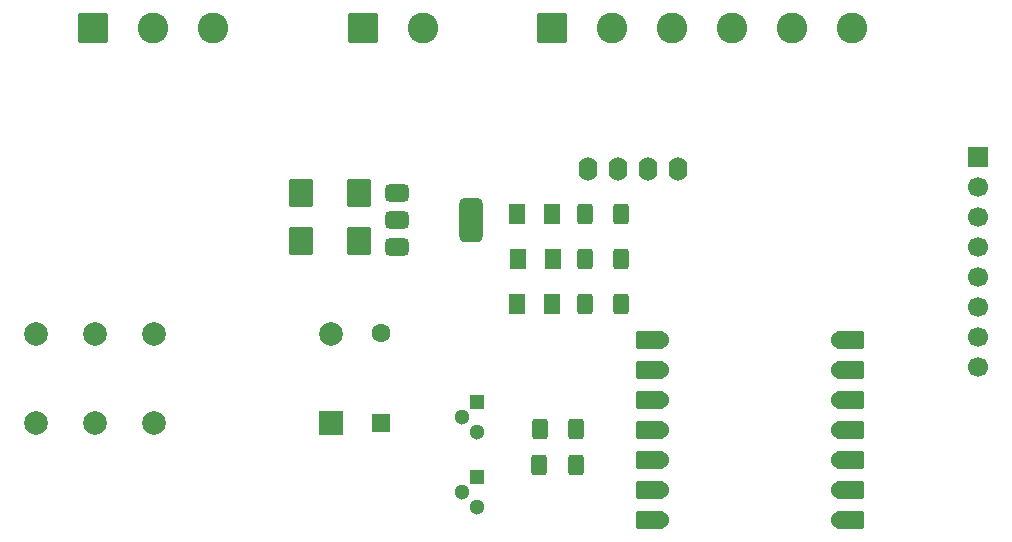
<source format=gbs>
%TF.GenerationSoftware,KiCad,Pcbnew,9.0.4*%
%TF.CreationDate,2025-09-19T15:57:40+02:00*%
%TF.ProjectId,esp32c6-charger,65737033-3263-4362-9d63-686172676572,rev?*%
%TF.SameCoordinates,Original*%
%TF.FileFunction,Soldermask,Bot*%
%TF.FilePolarity,Negative*%
%FSLAX45Y45*%
G04 Gerber Fmt 4.5, Leading zero omitted, Abs format (unit mm)*
G04 Created by KiCad (PCBNEW 9.0.4) date 2025-09-19 15:57:40*
%MOMM*%
%LPD*%
G01*
G04 APERTURE LIST*
G04 Aperture macros list*
%AMRoundRect*
0 Rectangle with rounded corners*
0 $1 Rounding radius*
0 $2 $3 $4 $5 $6 $7 $8 $9 X,Y pos of 4 corners*
0 Add a 4 corners polygon primitive as box body*
4,1,4,$2,$3,$4,$5,$6,$7,$8,$9,$2,$3,0*
0 Add four circle primitives for the rounded corners*
1,1,$1+$1,$2,$3*
1,1,$1+$1,$4,$5*
1,1,$1+$1,$6,$7*
1,1,$1+$1,$8,$9*
0 Add four rect primitives between the rounded corners*
20,1,$1+$1,$2,$3,$4,$5,0*
20,1,$1+$1,$4,$5,$6,$7,0*
20,1,$1+$1,$6,$7,$8,$9,0*
20,1,$1+$1,$8,$9,$2,$3,0*%
G04 Aperture macros list end*
%ADD10O,1.600000X2.000000*%
%ADD11R,1.700000X1.700000*%
%ADD12C,1.700000*%
%ADD13RoundRect,0.152400X1.063600X0.609600X-1.063600X0.609600X-1.063600X-0.609600X1.063600X-0.609600X0*%
%ADD14C,1.524000*%
%ADD15RoundRect,0.152400X-1.063600X-0.609600X1.063600X-0.609600X1.063600X0.609600X-1.063600X0.609600X0*%
%ADD16RoundRect,0.250001X-0.462499X-0.624999X0.462499X-0.624999X0.462499X0.624999X-0.462499X0.624999X0*%
%ADD17RoundRect,0.250000X-0.400000X-0.625000X0.400000X-0.625000X0.400000X0.625000X-0.400000X0.625000X0*%
%ADD18R,1.300000X1.300000*%
%ADD19C,1.300000*%
%ADD20RoundRect,0.250000X-1.050000X-1.050000X1.050000X-1.050000X1.050000X1.050000X-1.050000X1.050000X0*%
%ADD21C,2.600000*%
%ADD22RoundRect,0.250000X0.785000X0.945000X-0.785000X0.945000X-0.785000X-0.945000X0.785000X-0.945000X0*%
%ADD23RoundRect,0.250000X0.400000X0.625000X-0.400000X0.625000X-0.400000X-0.625000X0.400000X-0.625000X0*%
%ADD24RoundRect,0.375000X-0.625000X-0.375000X0.625000X-0.375000X0.625000X0.375000X-0.625000X0.375000X0*%
%ADD25RoundRect,0.500000X-0.500000X-1.400000X0.500000X-1.400000X0.500000X1.400000X-0.500000X1.400000X0*%
%ADD26C,2.000000*%
%ADD27R,2.000000X2.000000*%
%ADD28RoundRect,0.250000X0.550000X-0.550000X0.550000X0.550000X-0.550000X0.550000X-0.550000X-0.550000X0*%
%ADD29C,1.600000*%
G04 APERTURE END LIST*
D10*
%TO.C,Display1*%
X12547600Y-9156700D03*
X12801600Y-9156700D03*
X13055600Y-9156700D03*
X13309600Y-9156700D03*
%TD*%
D11*
%TO.C,Rfidreader1*%
X15849600Y-9055100D03*
D12*
X15849600Y-9309100D03*
X15849600Y-9563100D03*
X15849600Y-9817100D03*
X15849600Y-10071100D03*
X15849600Y-10325100D03*
X15849600Y-10579100D03*
X15849600Y-10833100D03*
%TD*%
D13*
%TO.C,U2*%
X13073700Y-12128500D03*
D14*
X13157200Y-12128500D03*
D13*
X13073700Y-11874500D03*
D14*
X13157200Y-11874500D03*
D13*
X13073700Y-11620500D03*
D14*
X13157200Y-11620500D03*
D13*
X13073700Y-11366500D03*
D14*
X13157200Y-11366500D03*
D13*
X13073700Y-11112500D03*
D14*
X13157200Y-11112500D03*
D13*
X13073700Y-10858500D03*
D14*
X13157200Y-10858500D03*
D13*
X13073700Y-10604500D03*
D14*
X13157200Y-10604500D03*
X14681200Y-10604500D03*
D15*
X14764700Y-10604500D03*
D14*
X14681200Y-10858500D03*
D15*
X14764700Y-10858500D03*
D14*
X14681200Y-11112500D03*
D15*
X14764700Y-11112500D03*
D14*
X14681200Y-11366500D03*
D15*
X14764700Y-11366500D03*
D14*
X14681200Y-11620500D03*
D15*
X14764700Y-11620500D03*
D14*
X14681200Y-11874500D03*
D15*
X14764700Y-11874500D03*
D14*
X14681200Y-12128500D03*
D15*
X14764700Y-12128500D03*
%TD*%
D16*
%TO.C,D4*%
X11947900Y-9537700D03*
X12245400Y-9537700D03*
%TD*%
%TO.C,D3*%
X11952193Y-9918700D03*
X12249693Y-9918700D03*
%TD*%
D17*
%TO.C,R3*%
X12519600Y-10299700D03*
X12829600Y-10299700D03*
%TD*%
D16*
%TO.C,D2*%
X11947900Y-10299700D03*
X12245400Y-10299700D03*
%TD*%
D18*
%TO.C,Q2*%
X11607800Y-11125200D03*
D19*
X11480800Y-11252200D03*
X11607800Y-11379200D03*
%TD*%
D20*
%TO.C,J1*%
X10642600Y-7962900D03*
D21*
X11150600Y-7962900D03*
%TD*%
D22*
%TO.C,C1*%
X10610200Y-9359900D03*
X10116200Y-9359900D03*
%TD*%
D23*
%TO.C,R1*%
X12446000Y-11658600D03*
X12136000Y-11658600D03*
%TD*%
%TO.C,R2*%
X12448600Y-11353800D03*
X12138600Y-11353800D03*
%TD*%
D24*
%TO.C,U1*%
X10927000Y-9818500D03*
X10927000Y-9588500D03*
D25*
X11557000Y-9588500D03*
D24*
X10927000Y-9358500D03*
%TD*%
D17*
%TO.C,R4*%
X12519600Y-9918700D03*
X12829600Y-9918700D03*
%TD*%
D26*
%TO.C,K1*%
X8373150Y-11303450D03*
X8373150Y-10553450D03*
X8873150Y-11303450D03*
X8873150Y-10553450D03*
X7873150Y-11303450D03*
X7873150Y-10553450D03*
D27*
X10373150Y-11303450D03*
D26*
X10373150Y-10553450D03*
%TD*%
D17*
%TO.C,R5*%
X12519600Y-9537700D03*
X12829600Y-9537700D03*
%TD*%
D20*
%TO.C,J2*%
X12242800Y-7962900D03*
D21*
X12750800Y-7962900D03*
X13258800Y-7962900D03*
X13766800Y-7962900D03*
X14274800Y-7962900D03*
X14782800Y-7962900D03*
%TD*%
D20*
%TO.C,J3*%
X8356600Y-7962900D03*
D21*
X8864600Y-7962900D03*
X9372600Y-7962900D03*
%TD*%
D28*
%TO.C,D5*%
X10795000Y-11303000D03*
D29*
X10795000Y-10541000D03*
%TD*%
D22*
%TO.C,C2*%
X10607700Y-9766300D03*
X10113700Y-9766300D03*
%TD*%
D18*
%TO.C,Q1*%
X11607800Y-11760200D03*
D19*
X11480800Y-11887200D03*
X11607800Y-12014200D03*
%TD*%
M02*

</source>
